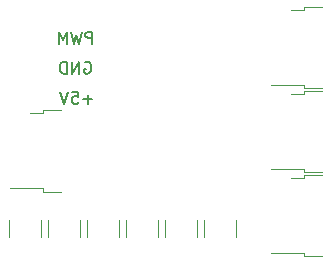
<source format=gbr>
%TF.GenerationSoftware,KiCad,Pcbnew,(6.0.5)*%
%TF.CreationDate,2023-01-29T08:36:09+08:00*%
%TF.ProjectId,Brushless_ESC_STC_V2,42727573-686c-4657-9373-5f4553435f53,rev?*%
%TF.SameCoordinates,Original*%
%TF.FileFunction,Legend,Bot*%
%TF.FilePolarity,Positive*%
%FSLAX46Y46*%
G04 Gerber Fmt 4.6, Leading zero omitted, Abs format (unit mm)*
G04 Created by KiCad (PCBNEW (6.0.5)) date 2023-01-29 08:36:09*
%MOMM*%
%LPD*%
G01*
G04 APERTURE LIST*
%ADD10C,0.150000*%
%ADD11C,0.120000*%
G04 APERTURE END LIST*
D10*
X86494761Y-115006380D02*
X86494761Y-114006380D01*
X86113809Y-114006380D01*
X86018571Y-114054000D01*
X85970952Y-114101619D01*
X85923333Y-114196857D01*
X85923333Y-114339714D01*
X85970952Y-114434952D01*
X86018571Y-114482571D01*
X86113809Y-114530190D01*
X86494761Y-114530190D01*
X85590000Y-114006380D02*
X85351904Y-115006380D01*
X85161428Y-114292095D01*
X84970952Y-115006380D01*
X84732857Y-114006380D01*
X84351904Y-115006380D02*
X84351904Y-114006380D01*
X84018571Y-114720666D01*
X83685238Y-114006380D01*
X83685238Y-115006380D01*
X86502714Y-119705428D02*
X85740809Y-119705428D01*
X86121761Y-120086380D02*
X86121761Y-119324476D01*
X84788428Y-119086380D02*
X85264619Y-119086380D01*
X85312238Y-119562571D01*
X85264619Y-119514952D01*
X85169380Y-119467333D01*
X84931285Y-119467333D01*
X84836047Y-119514952D01*
X84788428Y-119562571D01*
X84740809Y-119657809D01*
X84740809Y-119895904D01*
X84788428Y-119991142D01*
X84836047Y-120038761D01*
X84931285Y-120086380D01*
X85169380Y-120086380D01*
X85264619Y-120038761D01*
X85312238Y-119991142D01*
X84455095Y-119086380D02*
X84121761Y-120086380D01*
X83788428Y-119086380D01*
X85851904Y-116594000D02*
X85947142Y-116546380D01*
X86090000Y-116546380D01*
X86232857Y-116594000D01*
X86328095Y-116689238D01*
X86375714Y-116784476D01*
X86423333Y-116974952D01*
X86423333Y-117117809D01*
X86375714Y-117308285D01*
X86328095Y-117403523D01*
X86232857Y-117498761D01*
X86090000Y-117546380D01*
X85994761Y-117546380D01*
X85851904Y-117498761D01*
X85804285Y-117451142D01*
X85804285Y-117117809D01*
X85994761Y-117117809D01*
X85375714Y-117546380D02*
X85375714Y-116546380D01*
X84804285Y-117546380D01*
X84804285Y-116546380D01*
X84328095Y-117546380D02*
X84328095Y-116546380D01*
X84090000Y-116546380D01*
X83947142Y-116594000D01*
X83851904Y-116689238D01*
X83804285Y-116784476D01*
X83756666Y-116974952D01*
X83756666Y-117117809D01*
X83804285Y-117308285D01*
X83851904Y-117403523D01*
X83947142Y-117498761D01*
X84090000Y-117546380D01*
X84328095Y-117546380D01*
D11*
%TO.C,U2*%
X83866000Y-120629000D02*
X82366000Y-120629000D01*
X83866000Y-127529000D02*
X82366000Y-127529000D01*
X82366000Y-127259000D02*
X79536000Y-127259000D01*
X82366000Y-120629000D02*
X82366000Y-120899000D01*
X82366000Y-120899000D02*
X81266000Y-120899000D01*
X82366000Y-127529000D02*
X82366000Y-127259000D01*
%TO.C,C6*%
X89318000Y-131394252D02*
X89318000Y-129971748D01*
X92038000Y-131394252D02*
X92038000Y-129971748D01*
%TO.C,C11*%
X82132000Y-131394252D02*
X82132000Y-129971748D01*
X79412000Y-131394252D02*
X79412000Y-129971748D01*
%TO.C,Q5*%
X104464000Y-111866000D02*
X104464000Y-112136000D01*
X105964000Y-118766000D02*
X104464000Y-118766000D01*
X104464000Y-118766000D02*
X104464000Y-118496000D01*
X105964000Y-111866000D02*
X104464000Y-111866000D01*
X104464000Y-118496000D02*
X101634000Y-118496000D01*
X104464000Y-112136000D02*
X103364000Y-112136000D01*
%TO.C,C5*%
X92620000Y-131394252D02*
X92620000Y-129971748D01*
X95340000Y-131394252D02*
X95340000Y-129971748D01*
%TO.C,C4*%
X95922000Y-131394252D02*
X95922000Y-129971748D01*
X98642000Y-131394252D02*
X98642000Y-129971748D01*
%TO.C,Q9*%
X104464000Y-126360000D02*
X103364000Y-126360000D01*
X104464000Y-132990000D02*
X104464000Y-132720000D01*
X104464000Y-132720000D02*
X101634000Y-132720000D01*
X105964000Y-132990000D02*
X104464000Y-132990000D01*
X104464000Y-126090000D02*
X104464000Y-126360000D01*
X105964000Y-126090000D02*
X104464000Y-126090000D01*
%TO.C,Q7*%
X105964000Y-118978000D02*
X104464000Y-118978000D01*
X104464000Y-125878000D02*
X104464000Y-125608000D01*
X104464000Y-118978000D02*
X104464000Y-119248000D01*
X104464000Y-119248000D02*
X103364000Y-119248000D01*
X105964000Y-125878000D02*
X104464000Y-125878000D01*
X104464000Y-125608000D02*
X101634000Y-125608000D01*
%TO.C,C9*%
X85434000Y-131394252D02*
X85434000Y-129971748D01*
X82714000Y-131394252D02*
X82714000Y-129971748D01*
%TO.C,C7*%
X86016000Y-131394252D02*
X86016000Y-129971748D01*
X88736000Y-131394252D02*
X88736000Y-129971748D01*
%TD*%
M02*

</source>
